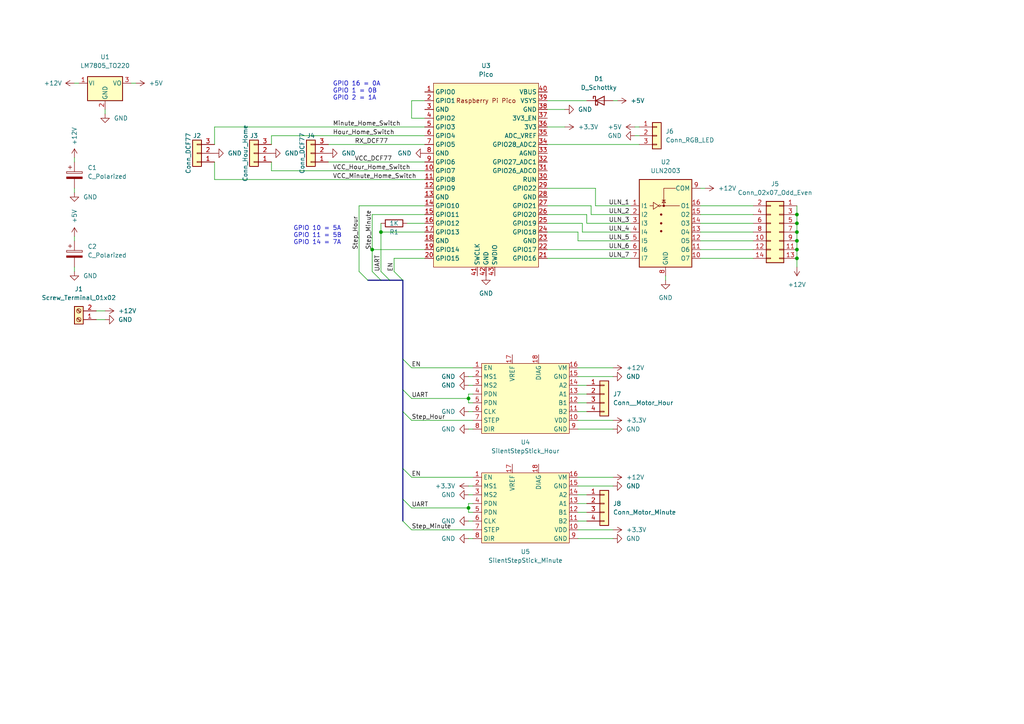
<source format=kicad_sch>
(kicad_sch (version 20230121) (generator eeschema)
  (paper "A4")
  (lib_symbols
    (symbol "Connector:Screw_Terminal_01x02" (pin_names (offset 1.016) hide)
      (property "Reference" "J" (at 0 2.54 0))
      (property "Value" "Screw_Terminal_01x02" (at 0 -5.08 0))
      (symbol "Screw_Terminal_01x02_1_1"
        (rectangle (start -1.27 1.27) (end 1.27 -3.81) (stroke (width 0.254)) (fill (type background)))
        (circle (center 0 -2.54) (radius 0.635) (stroke (width 0.1524)))
        (polyline (pts (xy -0.5334 -2.2098) (xy 0.3302 -3.048)) (stroke (width 0.1524)))
        (polyline (pts (xy -0.5334 0.3302) (xy 0.3302 -0.508)) (stroke (width 0.1524)))
        (polyline (pts (xy -0.3556 -2.032) (xy 0.508 -2.8702)) (stroke (width 0.1524)))
        (polyline (pts (xy -0.3556 0.508) (xy 0.508 -0.3302)) (stroke (width 0.1524)))
        (circle (center 0 0) (radius 0.635) (stroke (width 0.1524)))
        (pin passive line (at -5.08 0 0) (length 3.81) (name "Pin_1") (number "1"))
        (pin passive line (at -5.08 -2.54 0) (length 3.81) (name "Pin_2") (number "2"))
      )
    )
    (symbol "Connector_Generic:Conn_01x03" (pin_names (offset 1.016) hide)
      (property "Reference" "J" (at 0 5.08 0))
      (property "Value" "Conn_01x03" (at 0 -5.08 0))
      (symbol "Conn_01x03_1_1"
        (rectangle (start -1.27 -2.413) (end 0 -2.667) (stroke (width 0.1524)))
        (rectangle (start -1.27 0.127) (end 0 -0.127) (stroke (width 0.1524)))
        (rectangle (start -1.27 2.667) (end 0 2.413) (stroke (width 0.1524)))
        (rectangle (start -1.27 3.81) (end 1.27 -3.81) (stroke (width 0.254)) (fill (type background)))
        (pin passive line (at -5.08 2.54 0) (length 3.81) (name "Pin_1") (number "1"))
        (pin passive line (at -5.08 0 0) (length 3.81) (name "Pin_2") (number "2"))
        (pin passive line (at -5.08 -2.54 0) (length 3.81) (name "Pin_3") (number "3"))
      )
    )
    (symbol "Connector_Generic:Conn_01x04" (pin_names (offset 1.016) hide)
      (property "Reference" "J" (at 0 5.08 0))
      (property "Value" "Conn_01x04" (at 0 -7.62 0))
      (symbol "Conn_01x04_1_1"
        (rectangle (start -1.27 -4.953) (end 0 -5.207) (stroke (width 0.1524)))
        (rectangle (start -1.27 -2.413) (end 0 -2.667) (stroke (width 0.1524)))
        (rectangle (start -1.27 0.127) (end 0 -0.127) (stroke (width 0.1524)))
        (rectangle (start -1.27 2.667) (end 0 2.413) (stroke (width 0.1524)))
        (rectangle (start -1.27 3.81) (end 1.27 -6.35) (stroke (width 0.254)) (fill (type background)))
        (pin passive line (at -5.08 2.54 0) (length 3.81) (name "Pin_1") (number "1"))
        (pin passive line (at -5.08 0 0) (length 3.81) (name "Pin_2") (number "2"))
        (pin passive line (at -5.08 -2.54 0) (length 3.81) (name "Pin_3") (number "3"))
        (pin passive line (at -5.08 -5.08 0) (length 3.81) (name "Pin_4") (number "4"))
      )
    )
    (symbol "Connector_Generic:Conn_02x07_Odd_Even" (pin_names (offset 1.016) hide)
      (property "Reference" "J" (at 1.27 10.16 0))
      (property "Value" "Conn_02x07_Odd_Even" (at 1.27 -10.16 0))
      (symbol "Conn_02x07_Odd_Even_1_1"
        (rectangle (start -1.27 -7.493) (end 0 -7.747) (stroke (width 0.1524)))
        (rectangle (start -1.27 -4.953) (end 0 -5.207) (stroke (width 0.1524)))
        (rectangle (start -1.27 -2.413) (end 0 -2.667) (stroke (width 0.1524)))
        (rectangle (start -1.27 0.127) (end 0 -0.127) (stroke (width 0.1524)))
        (rectangle (start -1.27 2.667) (end 0 2.413) (stroke (width 0.1524)))
        (rectangle (start -1.27 5.207) (end 0 4.953) (stroke (width 0.1524)))
        (rectangle (start -1.27 7.747) (end 0 7.493) (stroke (width 0.1524)))
        (rectangle (start -1.27 8.89) (end 3.81 -8.89) (stroke (width 0.254)) (fill (type background)))
        (rectangle (start 3.81 -7.493) (end 2.54 -7.747) (stroke (width 0.1524)))
        (rectangle (start 3.81 -4.953) (end 2.54 -5.207) (stroke (width 0.1524)))
        (rectangle (start 3.81 -2.413) (end 2.54 -2.667) (stroke (width 0.1524)))
        (rectangle (start 3.81 0.127) (end 2.54 -0.127) (stroke (width 0.1524)))
        (rectangle (start 3.81 2.667) (end 2.54 2.413) (stroke (width 0.1524)))
        (rectangle (start 3.81 5.207) (end 2.54 4.953) (stroke (width 0.1524)))
        (rectangle (start 3.81 7.747) (end 2.54 7.493) (stroke (width 0.1524)))
        (pin passive line (at -5.08 7.62 0) (length 3.81) (name "Pin_1") (number "1"))
        (pin passive line (at 7.62 -2.54 180) (length 3.81) (name "Pin_10") (number "10"))
        (pin passive line (at -5.08 -5.08 0) (length 3.81) (name "Pin_11") (number "11"))
        (pin passive line (at 7.62 -5.08 180) (length 3.81) (name "Pin_12") (number "12"))
        (pin passive line (at -5.08 -7.62 0) (length 3.81) (name "Pin_13") (number "13"))
        (pin passive line (at 7.62 -7.62 180) (length 3.81) (name "Pin_14") (number "14"))
        (pin passive line (at 7.62 7.62 180) (length 3.81) (name "Pin_2") (number "2"))
        (pin passive line (at -5.08 5.08 0) (length 3.81) (name "Pin_3") (number "3"))
        (pin passive line (at 7.62 5.08 180) (length 3.81) (name "Pin_4") (number "4"))
        (pin passive line (at -5.08 2.54 0) (length 3.81) (name "Pin_5") (number "5"))
        (pin passive line (at 7.62 2.54 180) (length 3.81) (name "Pin_6") (number "6"))
        (pin passive line (at -5.08 0 0) (length 3.81) (name "Pin_7") (number "7"))
        (pin passive line (at 7.62 0 180) (length 3.81) (name "Pin_8") (number "8"))
        (pin passive line (at -5.08 -2.54 0) (length 3.81) (name "Pin_9") (number "9"))
      )
    )
    (symbol "CustomComponents:SilentStepStick"
      (property "Reference" "U" (at 0 2.54 0))
      (property "Value" "SilentStepStick" (at 0 0 0))
      (symbol "SilentStepStick_0_1"
        (rectangle (start -12.7 11.43) (end 12.7 -8.89) (fill (type background)))
      )
      (symbol "SilentStepStick_1_1"
        (pin input line (at -15.24 10.16 0) (length 2.54) (name "EN") (number "1"))
        (pin power_in line (at 15.24 -5.08 180) (length 2.54) (name "VDD") (number "10"))
        (pin output line (at 15.24 -2.54 180) (length 2.54) (name "B2") (number "11"))
        (pin output line (at 15.24 0 180) (length 2.54) (name "B1") (number "12"))
        (pin output line (at 15.24 2.54 180) (length 2.54) (name "A1") (number "13"))
        (pin output line (at 15.24 5.08 180) (length 2.54) (name "A2") (number "14"))
        (pin power_in line (at 15.24 7.62 180) (length 2.54) (name "GND") (number "15"))
        (pin power_in line (at 15.24 10.16 180) (length 2.54) (name "VM") (number "16"))
        (pin input line (at -3.81 13.97 270) (length 2.54) (name "VREF") (number "17"))
        (pin output line (at 3.81 13.97 270) (length 2.54) (name "DIAG") (number "18"))
        (pin input line (at -15.24 7.62 0) (length 2.54) (name "MS1") (number "2"))
        (pin input line (at -15.24 5.08 0) (length 2.54) (name "MS2") (number "3"))
        (pin bidirectional line (at -15.24 2.54 0) (length 2.54) (name "PDN") (number "4"))
        (pin bidirectional line (at -15.24 0 0) (length 2.54) (name "PDN") (number "5"))
        (pin input line (at -15.24 -2.54 0) (length 2.54) (name "CLK") (number "6"))
        (pin input line (at -15.24 -5.08 0) (length 2.54) (name "STEP") (number "7"))
        (pin input line (at -15.24 -7.62 0) (length 2.54) (name "DIR") (number "8"))
        (pin power_in line (at 15.24 -7.62 180) (length 2.54) (name "GND") (number "9"))
      )
    )
    (symbol "Device:C_Polarized" (pin_numbers hide) (pin_names (offset 0.254))
      (property "Reference" "C" (at 0.635 2.54 0))
      (property "Value" "C_Polarized" (at 0.635 -2.54 0))
      (symbol "C_Polarized_0_1"
        (rectangle (start -2.286 0.508) (end 2.286 1.016))
        (polyline (pts (xy -1.778 2.286) (xy -0.762 2.286)))
        (polyline (pts (xy -1.27 2.794) (xy -1.27 1.778)))
        (rectangle (start 2.286 -0.508) (end -2.286 -1.016) (fill (type outline)))
      )
      (symbol "C_Polarized_1_1"
        (pin passive line (at 0 3.81 270) (length 2.794) (name "~") (number "1"))
        (pin passive line (at 0 -3.81 90) (length 2.794) (name "~") (number "2"))
      )
    )
    (symbol "Device:D_Schottky" (pin_numbers hide) (pin_names (offset 1.016) hide)
      (property "Reference" "D" (at 0 2.54 0))
      (property "Value" "D_Schottky" (at 0 -2.54 0))
      (symbol "D_Schottky_0_1"
        (polyline (pts (xy 1.27 0) (xy -1.27 0)))
        (polyline (pts (xy 1.27 1.27) (xy 1.27 -1.27) (xy -1.27 0) (xy 1.27 1.27)) (stroke (width 0.254)))
        (polyline (pts (xy -1.905 0.635) (xy -1.905 1.27) (xy -1.27 1.27) (xy -1.27 -1.27) (xy -0.635 -1.27) (xy -0.635 -0.635)) (stroke (width 0.254)))
      )
      (symbol "D_Schottky_1_1"
        (pin passive line (at -3.81 0 0) (length 2.54) (name "K") (number "1"))
        (pin passive line (at 3.81 0 180) (length 2.54) (name "A") (number "2"))
      )
    )
    (symbol "Device:R" (pin_numbers hide) (pin_names (offset 0))
      (property "Reference" "R" (at 2.032 0 90))
      (property "Value" "R" (at 0 0 90))
      (symbol "R_0_1"
        (rectangle (start -1.016 -2.54) (end 1.016 2.54) (stroke (width 0.254)))
      )
      (symbol "R_1_1"
        (pin passive line (at 0 3.81 270) (length 1.27) (name "~") (number "1"))
        (pin passive line (at 0 -3.81 90) (length 1.27) (name "~") (number "2"))
      )
    )
    (symbol "MCU_RaspberryPi_and_Boards:Pico"
      (property "Reference" "U" (at -13.97 27.94 0))
      (property "Value" "Pico" (at 0 19.05 0))
      (symbol "Pico_0_0"
        (text "Raspberry Pi Pico" (at 0 21.59 0) (effects (font (size 1.27 1.27))))
      )
      (symbol "Pico_0_1"
        (rectangle (start -15.24 26.67) (end 15.24 -26.67) (fill (type background)))
      )
      (symbol "Pico_1_1"
        (pin bidirectional line (at -17.78 24.13 0) (length 2.54) (name "GPIO0") (number "1"))
        (pin bidirectional line (at -17.78 1.27 0) (length 2.54) (name "GPIO7") (number "10"))
        (pin bidirectional line (at -17.78 -1.27 0) (length 2.54) (name "GPIO8") (number "11"))
        (pin bidirectional line (at -17.78 -3.81 0) (length 2.54) (name "GPIO9") (number "12"))
        (pin power_in line (at -17.78 -6.35 0) (length 2.54) (name "GND") (number "13"))
        (pin bidirectional line (at -17.78 -8.89 0) (length 2.54) (name "GPIO10") (number "14"))
        (pin bidirectional line (at -17.78 -11.43 0) (length 2.54) (name "GPIO11") (number "15"))
        (pin bidirectional line (at -17.78 -13.97 0) (length 2.54) (name "GPIO12") (number "16"))
        (pin bidirectional line (at -17.78 -16.51 0) (length 2.54) (name "GPIO13") (number "17"))
        (pin power_in line (at -17.78 -19.05 0) (length 2.54) (name "GND") (number "18"))
        (pin bidirectional line (at -17.78 -21.59 0) (length 2.54) (name "GPIO14") (number "19"))
        (pin bidirectional line (at -17.78 21.59 0) (length 2.54) (name "GPIO1") (number "2"))
        (pin bidirectional line (at -17.78 -24.13 0) (length 2.54) (name "GPIO15") (number "20"))
        (pin bidirectional line (at 17.78 -24.13 180) (length 2.54) (name "GPIO16") (number "21"))
        (pin bidirectional line (at 17.78 -21.59 180) (length 2.54) (name "GPIO17") (number "22"))
        (pin power_in line (at 17.78 -19.05 180) (length 2.54) (name "GND") (number "23"))
        (pin bidirectional line (at 17.78 -16.51 180) (length 2.54) (name "GPIO18") (number "24"))
        (pin bidirectional line (at 17.78 -13.97 180) (length 2.54) (name "GPIO19") (number "25"))
        (pin bidirectional line (at 17.78 -11.43 180) (length 2.54) (name "GPIO20") (number "26"))
        (pin bidirectional line (at 17.78 -8.89 180) (length 2.54) (name "GPIO21") (number "27"))
        (pin power_in line (at 17.78 -6.35 180) (length 2.54) (name "GND") (number "28"))
        (pin bidirectional line (at 17.78 -3.81 180) (length 2.54) (name "GPIO22") (number "29"))
        (pin power_in line (at -17.78 19.05 0) (length 2.54) (name "GND") (number "3"))
        (pin input line (at 17.78 -1.27 180) (length 2.54) (name "RUN") (number "30"))
        (pin bidirectional line (at 17.78 1.27 180) (length 2.54) (name "GPIO26_ADC0") (number "31"))
        (pin bidirectional line (at 17.78 3.81 180) (length 2.54) (name "GPIO27_ADC1") (number "32"))
        (pin power_in line (at 17.78 6.35 180) (length 2.54) (name "AGND") (number "33"))
        (pin bidirectional line (at 17.78 8.89 180) (length 2.54) (name "GPIO28_ADC2") (number "34"))
        (pin power_in line (at 17.78 11.43 180) (length 2.54) (name "ADC_VREF") (number "35"))
        (pin power_in line (at 17.78 13.97 180) (length 2.54) (name "3V3") (number "36"))
        (pin input line (at 17.78 16.51 180) (length 2.54) (name "3V3_EN") (number "37"))
        (pin bidirectional line (at 17.78 19.05 180) (length 2.54) (name "GND") (number "38"))
        (pin power_in line (at 17.78 21.59 180) (length 2.54) (name "VSYS") (number "39"))
        (pin bidirectional line (at -17.78 16.51 0) (length 2.54) (name "GPIO2") (number "4"))
        (pin power_in line (at 17.78 24.13 180) (length 2.54) (name "VBUS") (number "40"))
        (pin input line (at -2.54 -29.21 90) (length 2.54) (name "SWCLK") (number "41"))
        (pin power_in line (at 0 -29.21 90) (length 2.54) (name "GND") (number "42"))
        (pin bidirectional line (at 2.54 -29.21 90) (length 2.54) (name "SWDIO") (number "43"))
        (pin bidirectional line (at -17.78 13.97 0) (length 2.54) (name "GPIO3") (number "5"))
        (pin bidirectional line (at -17.78 11.43 0) (length 2.54) (name "GPIO4") (number "6"))
        (pin bidirectional line (at -17.78 8.89 0) (length 2.54) (name "GPIO5") (number "7"))
        (pin power_in line (at -17.78 6.35 0) (length 2.54) (name "GND") (number "8"))
        (pin bidirectional line (at -17.78 3.81 0) (length 2.54) (name "GPIO6") (number "9"))
      )
    )
    (symbol "Regulator_Linear:LM7805_TO220" (pin_names (offset 0.254))
      (property "Reference" "U" (at -3.81 3.175 0))
      (property "Value" "LM7805_TO220" (at 0 3.175 0))
      (symbol "LM7805_TO220_0_1"
        (rectangle (start -5.08 1.905) (end 5.08 -5.08) (stroke (width 0.254)) (fill (type background)))
      )
      (symbol "LM7805_TO220_1_1"
        (pin power_in line (at -7.62 0 0) (length 2.54) (name "VI") (number "1"))
        (pin power_in line (at 0 -7.62 90) (length 2.54) (name "GND") (number "2"))
        (pin power_out line (at 7.62 0 180) (length 2.54) (name "VO") (number "3"))
      )
    )
    (symbol "Transistor_Array:ULN2003"
      (property "Reference" "U" (at 0 15.875 0))
      (property "Value" "ULN2003" (at 0 13.97 0))
      (symbol "ULN2003_0_1"
        (rectangle (start -7.62 -12.7) (end 7.62 12.7) (stroke (width 0.254)) (fill (type background)))
        (circle (center -1.778 5.08) (radius 0.254))
        (circle (center -1.27 -2.286) (radius 0.254) (fill (type outline)))
        (circle (center -1.27 0) (radius 0.254) (fill (type outline)))
        (circle (center -1.27 2.54) (radius 0.254) (fill (type outline)))
        (circle (center -0.508 5.08) (radius 0.254) (fill (type outline)))
        (polyline (pts (xy -4.572 5.08) (xy -3.556 5.08)))
        (polyline (pts (xy -1.524 5.08) (xy 4.064 5.08)))
        (polyline (pts (xy 0 6.731) (xy -1.016 6.731)))
        (polyline (pts (xy -0.508 5.08) (xy -0.508 10.16) (xy 2.921 10.16)))
        (polyline (pts (xy -3.556 6.096) (xy -3.556 4.064) (xy -2.032 5.08) (xy -3.556 6.096)))
        (polyline (pts (xy 0 5.969) (xy -1.016 5.969) (xy -0.508 6.731) (xy 0 5.969)))
      )
      (symbol "ULN2003_1_1"
        (pin input line (at -10.16 5.08 0) (length 2.54) (name "I1") (number "1"))
        (pin open_collector line (at 10.16 -10.16 180) (length 2.54) (name "O7") (number "10"))
        (pin open_collector line (at 10.16 -7.62 180) (length 2.54) (name "O6") (number "11"))
        (pin open_collector line (at 10.16 -5.08 180) (length 2.54) (name "O5") (number "12"))
        (pin open_collector line (at 10.16 -2.54 180) (length 2.54) (name "O4") (number "13"))
        (pin open_collector line (at 10.16 0 180) (length 2.54) (name "O3") (number "14"))
        (pin open_collector line (at 10.16 2.54 180) (length 2.54) (name "O2") (number "15"))
        (pin open_collector line (at 10.16 5.08 180) (length 2.54) (name "O1") (number "16"))
        (pin input line (at -10.16 2.54 0) (length 2.54) (name "I2") (number "2"))
        (pin input line (at -10.16 0 0) (length 2.54) (name "I3") (number "3"))
        (pin input line (at -10.16 -2.54 0) (length 2.54) (name "I4") (number "4"))
        (pin input line (at -10.16 -5.08 0) (length 2.54) (name "I5") (number "5"))
        (pin input line (at -10.16 -7.62 0) (length 2.54) (name "I6") (number "6"))
        (pin input line (at -10.16 -10.16 0) (length 2.54) (name "I7") (number "7"))
        (pin power_in line (at 0 -15.24 90) (length 2.54) (name "GND") (number "8"))
        (pin passive line (at 10.16 10.16 180) (length 2.54) (name "COM") (number "9"))
      )
    )
    (symbol "power:+12V" (power) (pin_names (offset 0))
      (property "Value" "+12V" (at 0 3.556 0))
      (symbol "+12V_0_1"
        (polyline (pts (xy -0.762 1.27) (xy 0 2.54)))
        (polyline (pts (xy 0 0) (xy 0 2.54)))
        (polyline (pts (xy 0 2.54) (xy 0.762 1.27)))
      )
      (symbol "+12V_1_1"
        (pin power_in line (at 0 0 90) (length 0) hide (name "+12V") (number "1"))
      )
    )
    (symbol "power:+3.3V" (power) (pin_names (offset 0))
      (property "Value" "+3.3V" (at 0 3.556 0))
      (symbol "+3.3V_0_1"
        (polyline (pts (xy -0.762 1.27) (xy 0 2.54)))
        (polyline (pts (xy 0 0) (xy 0 2.54)))
        (polyline (pts (xy 0 2.54) (xy 0.762 1.27)))
      )
      (symbol "+3.3V_1_1"
        (pin power_in line (at 0 0 90) (length 0) hide (name "+3.3V") (number "1"))
      )
    )
    (symbol "power:+5V" (power) (pin_names (offset 0))
      (property "Value" "+5V" (at 0 3.556 0))
      (symbol "+5V_0_1"
        (polyline (pts (xy -0.762 1.27) (xy 0 2.54)))
        (polyline (pts (xy 0 0) (xy 0 2.54)))
        (polyline (pts (xy 0 2.54) (xy 0.762 1.27)))
      )
      (symbol "+5V_1_1"
        (pin power_in line (at 0 0 90) (length 0) hide (name "+5V") (number "1"))
      )
    )
    (symbol "power:GND" (power) (pin_names (offset 0))
      (property "Value" "GND" (at 0 -3.81 0))
      (symbol "GND_0_1"
        (polyline (pts (xy 0 0) (xy 0 -1.27) (xy 1.27 -1.27) (xy 0 -2.54) (xy -1.27 -1.27) (xy 0 -1.27)))
      )
      (symbol "GND_1_1"
        (pin power_in line (at 0 0 270) (length 0) hide (name "GND") (number "1"))
      )
    )
  )
  (junction (at 107.95 72.39))
  (junction (at 135.89 115.57))
  (junction (at 135.89 147.32))
  (junction (at 231.14 64.77))
  (junction (at 231.14 67.31))
  (junction (at 231.14 74.93))
  (junction (at 231.14 72.39))
  (junction (at 231.14 62.23))
  (junction (at 231.14 69.85))
  (junction (at 110.49 67.31))
  (bus_entry (at 116.84 144.78) (size 2.54 2.54))
  (bus_entry (at 104.14 78.74) (size 2.54 2.54))
  (bus_entry (at 116.84 135.89) (size 2.54 2.54))
  (bus_entry (at 116.84 119.38) (size 2.54 2.54))
  (bus_entry (at 116.84 151.13) (size 2.54 2.54))
  (bus_entry (at 107.95 78.74) (size 2.54 2.54))
  (bus_entry (at 110.49 78.74) (size 2.54 2.54))
  (bus_entry (at 116.84 104.14) (size 2.54 2.54))
  (bus_entry (at 114.3 78.74) (size 2.54 2.54))
  (bus_entry (at 116.84 113.03) (size 2.54 2.54))
  (wire (pts (xy 107.95 62.23) (xy 107.95 72.39)))
  (wire (pts (xy 110.49 64.77) (xy 110.49 67.31)))
  (wire (pts (xy 170.18 64.77) (xy 170.18 62.23)))
  (wire (pts (xy 30.48 33.02) (xy 30.48 31.75)))
  (wire (pts (xy 135.89 151.13) (xy 137.16 151.13)))
  (wire (pts (xy 158.75 41.91) (xy 185.42 41.91)))
  (bus (pts (xy 106.68 81.28) (xy 110.49 81.28)))
  (wire (pts (xy 172.72 59.69) (xy 172.72 54.61)))
  (wire (pts (xy 135.89 143.51) (xy 137.16 143.51)))
  (wire (pts (xy 203.2 62.23) (xy 218.44 62.23)))
  (wire (pts (xy 167.64 116.84) (xy 170.18 116.84)))
  (wire (pts (xy 119.38 106.68) (xy 137.16 106.68)))
  (wire (pts (xy 231.14 59.69) (xy 231.14 62.23)))
  (bus (pts (xy 116.84 104.14) (xy 116.84 113.03)))
  (wire (pts (xy 203.2 74.93) (xy 218.44 74.93)))
  (wire (pts (xy 123.19 59.69) (xy 104.14 59.69)))
  (wire (pts (xy 167.64 109.22) (xy 177.8 109.22)))
  (wire (pts (xy 119.38 153.67) (xy 137.16 153.67)))
  (wire (pts (xy 123.19 52.07) (xy 62.23 52.07)))
  (wire (pts (xy 203.2 72.39) (xy 218.44 72.39)))
  (bus (pts (xy 110.49 81.28) (xy 113.03 81.28)))
  (bus (pts (xy 116.84 81.28) (xy 116.84 104.14)))
  (wire (pts (xy 158.75 74.93) (xy 182.88 74.93)))
  (wire (pts (xy 135.89 119.38) (xy 137.16 119.38)))
  (wire (pts (xy 107.95 72.39) (xy 123.19 72.39)))
  (wire (pts (xy 135.89 115.57) (xy 135.89 114.3)))
  (wire (pts (xy 30.48 90.17) (xy 27.94 90.17)))
  (wire (pts (xy 135.89 116.84) (xy 135.89 115.57)))
  (wire (pts (xy 167.64 138.43) (xy 177.8 138.43)))
  (wire (pts (xy 231.14 64.77) (xy 231.14 67.31)))
  (wire (pts (xy 135.89 111.76) (xy 137.16 111.76)))
  (wire (pts (xy 167.64 106.68) (xy 177.8 106.68)))
  (wire (pts (xy 119.38 138.43) (xy 137.16 138.43)))
  (wire (pts (xy 203.2 69.85) (xy 218.44 69.85)))
  (bus (pts (xy 116.84 119.38) (xy 116.84 135.89)))
  (wire (pts (xy 203.2 67.31) (xy 218.44 67.31)))
  (wire (pts (xy 167.64 140.97) (xy 177.8 140.97)))
  (wire (pts (xy 167.64 156.21) (xy 177.8 156.21)))
  (wire (pts (xy 119.38 121.92) (xy 137.16 121.92)))
  (wire (pts (xy 38.1 24.13) (xy 39.37 24.13)))
  (wire (pts (xy 168.91 67.31) (xy 182.88 67.31)))
  (wire (pts (xy 95.25 41.91) (xy 123.19 41.91)))
  (wire (pts (xy 167.64 153.67) (xy 177.8 153.67)))
  (wire (pts (xy 114.3 74.93) (xy 114.3 78.74)))
  (wire (pts (xy 135.89 147.32) (xy 135.89 146.05)))
  (bus (pts (xy 113.03 81.28) (xy 116.84 81.28)))
  (wire (pts (xy 135.89 156.21) (xy 137.16 156.21)))
  (bus (pts (xy 116.84 135.89) (xy 116.84 144.78)))
  (wire (pts (xy 167.64 121.92) (xy 177.8 121.92)))
  (wire (pts (xy 123.19 67.31) (xy 110.49 67.31)))
  (wire (pts (xy 118.11 64.77) (xy 123.19 64.77)))
  (wire (pts (xy 110.49 67.31) (xy 110.49 78.74)))
  (wire (pts (xy 119.38 115.57) (xy 135.89 115.57)))
  (wire (pts (xy 78.74 39.37) (xy 123.19 39.37)))
  (wire (pts (xy 123.19 62.23) (xy 107.95 62.23)))
  (wire (pts (xy 231.14 74.93) (xy 231.14 77.47)))
  (wire (pts (xy 231.14 62.23) (xy 231.14 64.77)))
  (wire (pts (xy 163.83 31.75) (xy 158.75 31.75)))
  (wire (pts (xy 123.19 29.21) (xy 119.38 29.21)))
  (wire (pts (xy 171.45 62.23) (xy 182.88 62.23)))
  (wire (pts (xy 168.91 64.77) (xy 158.75 64.77)))
  (wire (pts (xy 185.42 39.37) (xy 184.15 39.37)))
  (wire (pts (xy 137.16 148.59) (xy 135.89 148.59)))
  (wire (pts (xy 170.18 64.77) (xy 182.88 64.77)))
  (wire (pts (xy 119.38 34.29) (xy 123.19 34.29)))
  (wire (pts (xy 158.75 29.21) (xy 170.18 29.21)))
  (wire (pts (xy 231.14 72.39) (xy 231.14 74.93)))
  (wire (pts (xy 21.59 54.61) (xy 21.59 55.88)))
  (wire (pts (xy 95.25 46.99) (xy 123.19 46.99)))
  (wire (pts (xy 137.16 116.84) (xy 135.89 116.84)))
  (wire (pts (xy 203.2 59.69) (xy 218.44 59.69)))
  (wire (pts (xy 167.64 67.31) (xy 167.64 69.85)))
  (wire (pts (xy 107.95 72.39) (xy 107.95 78.74)))
  (wire (pts (xy 21.59 68.58) (xy 21.59 69.85)))
  (wire (pts (xy 135.89 140.97) (xy 137.16 140.97)))
  (wire (pts (xy 203.2 54.61) (xy 204.47 54.61)))
  (wire (pts (xy 167.64 111.76) (xy 170.18 111.76)))
  (wire (pts (xy 30.48 92.71) (xy 27.94 92.71)))
  (wire (pts (xy 163.83 36.83) (xy 158.75 36.83)))
  (bus (pts (xy 116.84 144.78) (xy 116.84 151.13)))
  (wire (pts (xy 135.89 124.46) (xy 137.16 124.46)))
  (wire (pts (xy 167.64 143.51) (xy 170.18 143.51)))
  (wire (pts (xy 171.45 59.69) (xy 171.45 62.23)))
  (wire (pts (xy 21.59 45.72) (xy 21.59 46.99)))
  (wire (pts (xy 21.59 24.13) (xy 22.86 24.13)))
  (wire (pts (xy 167.64 148.59) (xy 170.18 148.59)))
  (wire (pts (xy 172.72 54.61) (xy 158.75 54.61)))
  (wire (pts (xy 167.64 151.13) (xy 170.18 151.13)))
  (wire (pts (xy 119.38 147.32) (xy 135.89 147.32)))
  (wire (pts (xy 185.42 36.83) (xy 184.15 36.83)))
  (wire (pts (xy 135.89 148.59) (xy 135.89 147.32)))
  (wire (pts (xy 135.89 109.22) (xy 137.16 109.22)))
  (wire (pts (xy 167.64 69.85) (xy 182.88 69.85)))
  (wire (pts (xy 231.14 69.85) (xy 231.14 72.39)))
  (wire (pts (xy 135.89 146.05) (xy 137.16 146.05)))
  (wire (pts (xy 158.75 59.69) (xy 171.45 59.69)))
  (wire (pts (xy 168.91 67.31) (xy 168.91 64.77)))
  (wire (pts (xy 135.89 114.3) (xy 137.16 114.3)))
  (wire (pts (xy 123.19 36.83) (xy 62.23 36.83)))
  (wire (pts (xy 167.64 119.38) (xy 170.18 119.38)))
  (wire (pts (xy 158.75 67.31) (xy 167.64 67.31)))
  (wire (pts (xy 203.2 64.77) (xy 218.44 64.77)))
  (bus (pts (xy 116.84 113.03) (xy 116.84 119.38)))
  (wire (pts (xy 119.38 29.21) (xy 119.38 34.29)))
  (wire (pts (xy 62.23 52.07) (xy 62.23 46.99)))
  (wire (pts (xy 231.14 67.31) (xy 231.14 69.85)))
  (wire (pts (xy 167.64 114.3) (xy 170.18 114.3)))
  (wire (pts (xy 193.04 80.01) (xy 193.04 81.28)))
  (wire (pts (xy 78.74 46.99) (xy 78.74 49.53)))
  (wire (pts (xy 158.75 62.23) (xy 170.18 62.23)))
  (wire (pts (xy 167.64 124.46) (xy 177.8 124.46)))
  (wire (pts (xy 177.8 29.21) (xy 179.07 29.21)))
  (wire (pts (xy 78.74 49.53) (xy 123.19 49.53)))
  (wire (pts (xy 78.74 41.91) (xy 78.74 39.37)))
  (wire (pts (xy 104.14 59.69) (xy 104.14 78.74)))
  (wire (pts (xy 172.72 59.69) (xy 182.88 59.69)))
  (wire (pts (xy 62.23 36.83) (xy 62.23 41.91)))
  (wire (pts (xy 21.59 77.47) (xy 21.59 78.74)))
  (wire (pts (xy 123.19 74.93) (xy 114.3 74.93)))
  (wire (pts (xy 167.64 146.05) (xy 170.18 146.05)))
  (wire (pts (xy 158.75 72.39) (xy 182.88 72.39)))
  (text "GPIO 16 = 0A\nGPIO 1 = 0B\nGPIO 2 = 1A" (at 96.52 29.21 0) (effects (font (size 1.27 1.27)) (justify left bottom)))
  (text "GPIO 10 = 5A\nGPIO 11 = 5B\nGPIO 14 = 7A" (at 85.09 71.12 0) (effects (font (size 1.27 1.27)) (justify left bottom)))
  (label "ULN_2" (at 176.53 62.23 0))
  (label "UART" (at 110.49 78.74 90))
  (label "VCC_DCF77" (at 102.87 46.99 0))
  (label "EN" (at 119.38 106.68 0))
  (label "ULN_6" (at 176.53 72.39 0))
  (label "VCC_Hour_Home_Switch" (at 96.52 49.53 0))
  (label "UART" (at 119.38 147.32 0))
  (label "VCC_Minute_Home_Switch" (at 96.52 52.07 0))
  (label "Step_Hour" (at 119.38 121.92 0))
  (label "Hour_Home_Switch" (at 96.52 39.37 0))
  (label "Step_Minute" (at 119.38 153.67 0))
  (label "Step_Hour" (at 104.14 72.39 90))
  (label "ULN_1" (at 176.53 59.69 0))
  (label "ULN_3" (at 176.53 64.77 0))
  (label "ULN_5" (at 176.53 69.85 0))
  (label "UART" (at 119.38 115.57 0))
  (label "ULN_4" (at 176.53 67.31 0))
  (label "EN" (at 114.3 78.74 90))
  (label "RX_DCF77" (at 102.87 41.91 0))
  (label "Step_Minute" (at 107.95 72.39 90))
  (label "Minute_Home_Switch" (at 96.52 36.83 0))
  (label "EN" (at 119.38 138.43 0))
  (label "ULN_7" (at 176.4955 74.93 0))
  (symbol (lib_id "Device:R") (at 114.3 64.77 270) (unit 1)
    (property "Reference" "R1" (at 114.3 67.31 90))
    (property "Value" "1K" (at 114.3 64.77 90))
    (property "Footprint" "Resistor_THT:R_Axial_DIN0207_L6.3mm_D2.5mm_P10.16mm_Horizontal" (effects hide))
  )
  (symbol (lib_id "power:GND") (at 21.59 55.88 0) (unit 1)
    (property "Reference" "#PWR0129" (effects hide))
    (property "Value" "GND" (at 24.13 57.1499 0) (effects (justify left)))
  )
  (symbol (lib_id "power:GND") (at 135.89 151.13 270) (unit 1)
    (property "Reference" "#PWR0108" (effects hide))
    (property "Value" "GND" (at 132.08 151.1299 90) (effects (justify right)))
  )
  (symbol (lib_id "power:+12V") (at 177.8 138.43 270) (unit 1)
    (property "Reference" "#PWR0120" (effects hide))
    (property "Value" "+12V" (at 181.61 138.4299 90) (effects (justify left)))
  )
  (symbol (lib_id "power:GND") (at 30.48 33.02 0) (unit 1)
    (property "Reference" "#PWR0127" (effects hide))
    (property "Value" "GND" (at 33.02 34.2899 0) (effects (justify left)))
  )
  (symbol (lib_id "power:GND") (at 140.97 80.01 0) (unit 1)
    (property "Reference" "#PWR0135" (effects hide))
    (property "Value" "GND" (at 140.97 85.09 0))
  )
  (symbol (lib_id "Connector_Generic:Conn_01x03") (at 57.15 44.45 180) (unit 1)
    (property "Reference" "J2" (at 57.15 39.37 0))
    (property "Value" "Conn_DCF77" (at 54.61 44.45 90))
    (property "Footprint" "Connector_PinHeader_2.54mm:PinHeader_1x03_P2.54mm_Vertical" (effects hide))
  )
  (symbol (lib_id "power:GND") (at 135.89 143.51 270) (unit 1)
    (property "Reference" "#PWR0110" (effects hide))
    (property "Value" "GND" (at 132.08 143.5099 90) (effects (justify right)))
  )
  (symbol (lib_id "power:GND") (at 62.23 44.45 90) (unit 1)
    (property "Reference" "#PWR0142" (effects hide))
    (property "Value" "GND" (at 66.04 44.4501 90) (effects (justify right)))
  )
  (symbol (lib_id "power:+12V") (at 30.48 90.17 270) (unit 1)
    (property "Reference" "#PWR0132" (effects hide))
    (property "Value" "+12V" (at 34.29 90.1699 90) (effects (justify left)))
  )
  (symbol (lib_id "power:GND") (at 95.25 44.45 90) (unit 1)
    (property "Reference" "#PWR0123" (effects hide))
    (property "Value" "GND" (at 99.06 44.4501 90) (effects (justify right)))
  )
  (symbol (lib_id "power:+5V") (at 179.07 29.21 270) (unit 1)
    (property "Reference" "#PWR0103" (effects hide))
    (property "Value" "+5V" (at 182.88 29.21 90) (effects (justify left)))
  )
  (symbol (lib_id "MCU_RaspberryPi_and_Boards:Pico") (at 140.97 50.8 0) (unit 1)
    (property "Reference" "U3" (at 140.97 19.05 0))
    (property "Value" "Pico" (at 140.97 21.59 0))
    (property "Footprint" "MCU_RaspberryPi_and_Boards:RPi_Pico_SMD_TH" (effects hide))
  )
  (symbol (lib_id "Connector_Generic:Conn_01x04") (at 175.26 114.3 0) (unit 1)
    (property "Reference" "J7" (at 177.8 114.2999 0) (effects (justify left)))
    (property "Value" "Conn__Motor_Hour" (at 177.8 116.8399 0) (effects (justify left)))
    (property "Footprint" "Connector_PinHeader_2.54mm:PinHeader_1x04_P2.54mm_Vertical" (effects hide))
  )
  (symbol (lib_id "Transistor_Array:ULN2003") (at 193.04 64.77 0) (unit 1)
    (property "Reference" "U2" (at 193.04 46.99 0))
    (property "Value" "ULN2003" (at 193.04 49.53 0))
    (property "Footprint" "Package_SO:SOIC-16_3.9x9.9mm_P1.27mm" (effects hide))
    (property "Datasheet" "http://www.ti.com/lit/ds/symlink/uln2003a.pdf" (effects hide))
  )
  (symbol (lib_id "power:GND") (at 78.74 44.45 90) (unit 1)
    (property "Reference" "#PWR0141" (effects hide))
    (property "Value" "GND" (at 82.55 44.4501 90) (effects (justify right)))
  )
  (symbol (lib_id "power:+12V") (at 177.8 106.68 270) (unit 1)
    (property "Reference" "#PWR0116" (effects hide))
    (property "Value" "+12V" (at 181.61 106.6799 90) (effects (justify left)))
  )
  (symbol (lib_id "power:+12V") (at 21.59 24.13 90) (unit 1)
    (property "Reference" "#PWR0128" (effects hide))
    (property "Value" "+12V" (at 12.7 24.13 90) (effects (justify right)))
  )
  (symbol (lib_id "Device:C_Polarized") (at 21.59 73.66 0) (unit 1)
    (property "Reference" "C2" (at 25.4 71.5009 0) (effects (justify left)))
    (property "Value" "C_Polarized" (at 25.4 74.0409 0) (effects (justify left)))
    (property "Footprint" "Capacitor_THT:CP_Radial_D10.0mm_P5.00mm_P7.50mm" (effects hide))
  )
  (symbol (lib_id "power:+3.3V") (at 163.83 36.83 270) (unit 1)
    (property "Reference" "#PWR0144" (effects hide))
    (property "Value" "+3.3V" (at 167.64 36.8299 90) (effects (justify left)))
  )
  (symbol (lib_id "power:GND") (at 177.8 156.21 90) (unit 1)
    (property "Reference" "#PWR0118" (effects hide))
    (property "Value" "GND" (at 181.61 156.2099 90) (effects (justify right)))
  )
  (symbol (lib_id "Connector_Generic:Conn_01x03") (at 190.5 39.37 0) (unit 1)
    (property "Reference" "J6" (at 193.04 38.0999 0) (effects (justify left)))
    (property "Value" "Conn_RGB_LED" (at 193.04 40.6399 0) (effects (justify left)))
    (property "Footprint" "Connector_PinHeader_2.54mm:PinHeader_1x03_P2.54mm_Vertical" (effects hide))
  )
  (symbol (lib_id "power:+3.3V") (at 135.89 140.97 90) (unit 1)
    (property "Reference" "#PWR0119" (effects hide))
    (property "Value" "+3.3V" (at 132.08 140.9699 90) (effects (justify left)))
  )
  (symbol (lib_id "Connector_Generic:Conn_01x03") (at 90.17 44.45 180) (unit 1)
    (property "Reference" "J4" (at 90.17 39.37 0))
    (property "Value" "Conn_DCF77" (at 87.63 44.45 90))
    (property "Footprint" "Connector_PinHeader_2.54mm:PinHeader_1x03_P2.54mm_Vertical" (effects hide))
  )
  (symbol (lib_id "power:GND") (at 135.89 109.22 270) (unit 1)
    (property "Reference" "#PWR0112" (effects hide))
    (property "Value" "GND" (at 132.08 109.2199 90) (effects (justify right)))
  )
  (symbol (lib_id "power:+5V") (at 184.15 36.83 90) (unit 1)
    (property "Reference" "#PWR0105" (effects hide))
    (property "Value" "+5V" (at 180.34 36.83 90) (effects (justify left)))
  )
  (symbol (lib_id "Connector_Generic:Conn_02x07_Odd_Even") (at 226.06 67.31 0) (mirror y) (unit 1)
    (property "Reference" "J5" (at 224.79 53.34 0))
    (property "Value" "Conn_02x07_Odd_Even" (at 224.79 55.88 0))
    (property "Footprint" "Connector_PinHeader_2.54mm:PinHeader_2x07_P2.54mm_Vertical" (effects hide))
  )
  (symbol (lib_id "Connector_Generic:Conn_01x03") (at 73.66 44.45 180) (unit 1)
    (property "Reference" "J3" (at 73.66 39.37 0))
    (property "Value" "Conn_Hour_Home" (at 71.12 44.45 90))
    (property "Footprint" "Connector_PinHeader_2.54mm:PinHeader_1x03_P2.54mm_Vertical" (effects hide))
  )
  (symbol (lib_id "power:+5V") (at 39.37 24.13 270) (unit 1)
    (property "Reference" "#PWR0126" (effects hide))
    (property "Value" "+5V" (at 43.18 24.13 90) (effects (justify left)))
  )
  (symbol (lib_id "power:GND") (at 135.89 124.46 270) (unit 1)
    (property "Reference" "#PWR0101" (effects hide))
    (property "Value" "GND" (at 132.08 124.4599 90) (effects (justify right)))
  )
  (symbol (lib_id "CustomComponents:SilentStepStick") (at 152.4 148.59 0) (unit 1)
    (property "Reference" "U5" (at 152.4 160.02 0))
    (property "Value" "SilentStepStick_Minute" (at 152.4 162.56 0))
    (property "Footprint" "CustomComponents:SilentStepStick" (effects hide))
  )
  (symbol (lib_id "power:GND") (at 163.83 31.75 90) (unit 1)
    (property "Reference" "#PWR0106" (effects hide))
    (property "Value" "GND" (at 167.64 31.7499 90) (effects (justify right)))
  )
  (symbol (lib_id "power:GND") (at 30.48 92.71 90) (unit 1)
    (property "Reference" "#PWR0131" (effects hide))
    (property "Value" "GND" (at 34.29 92.7099 90) (effects (justify right)))
  )
  (symbol (lib_id "power:GND") (at 21.59 78.74 0) (unit 1)
    (property "Reference" "#PWR0124" (effects hide))
    (property "Value" "GND" (at 24.13 80.0099 0) (effects (justify left)))
  )
  (symbol (lib_id "power:GND") (at 177.8 109.22 90) (unit 1)
    (property "Reference" "#PWR0115" (effects hide))
    (property "Value" "GND" (at 181.61 109.2199 90) (effects (justify right)))
  )
  (symbol (lib_id "Device:C_Polarized") (at 21.59 50.8 0) (unit 1)
    (property "Reference" "C1" (at 25.4 48.6409 0) (effects (justify left)))
    (property "Value" "C_Polarized" (at 25.4 51.1809 0) (effects (justify left)))
    (property "Footprint" "Capacitor_THT:CP_Radial_D10.0mm_P5.00mm_P7.50mm" (effects hide))
  )
  (symbol (lib_id "CustomComponents:SilentStepStick") (at 152.4 116.84 0) (unit 1)
    (property "Reference" "U4" (at 152.4 128.27 0))
    (property "Value" "SilentStepStick_Hour" (at 152.4 130.81 0))
    (property "Footprint" "CustomComponents:SilentStepStick" (effects hide))
  )
  (symbol (lib_id "power:+12V") (at 21.59 45.72 0) (unit 1)
    (property "Reference" "#PWR0130" (effects hide))
    (property "Value" "+12V" (at 21.59 36.83 90) (effects (justify right)))
  )
  (symbol (lib_id "power:+12V") (at 231.14 77.47 180) (unit 1)
    (property "Reference" "#PWR0133" (effects hide))
    (property "Value" "+12V" (at 231.14 82.55 0))
  )
  (symbol (lib_id "power:GND") (at 193.04 81.28 0) (unit 1)
    (property "Reference" "#PWR0107" (effects hide))
    (property "Value" "GND" (at 193.04 86.36 0))
  )
  (symbol (lib_id "power:GND") (at 177.8 124.46 90) (unit 1)
    (property "Reference" "#PWR0114" (effects hide))
    (property "Value" "GND" (at 181.61 124.4599 90) (effects (justify right)))
  )
  (symbol (lib_id "power:GND") (at 184.15 39.37 270) (unit 1)
    (property "Reference" "#PWR0104" (effects hide))
    (property "Value" "GND" (at 180.34 39.3699 90) (effects (justify right)))
  )
  (symbol (lib_id "Device:D_Schottky") (at 173.99 29.21 0) (unit 1)
    (property "Reference" "D1" (at 173.6725 22.86 0))
    (property "Value" "D_Schottky" (at 173.6725 25.4 0))
    (property "Footprint" "Diode_THT:D_DO-15_P10.16mm_Horizontal" (effects hide))
  )
  (symbol (lib_id "power:GND") (at 177.8 140.97 90) (unit 1)
    (property "Reference" "#PWR0121" (effects hide))
    (property "Value" "GND" (at 181.61 140.9699 90) (effects (justify right)))
  )
  (symbol (lib_id "power:+3.3V") (at 177.8 153.67 270) (unit 1)
    (property "Reference" "#PWR0109" (effects hide))
    (property "Value" "+3.3V" (at 181.61 153.6699 90) (effects (justify left)))
  )
  (symbol (lib_id "Connector:Screw_Terminal_01x02") (at 22.86 92.71 180) (unit 1)
    (property "Reference" "J1" (at 22.86 83.82 0))
    (property "Value" "Screw_Terminal_01x02" (at 22.86 86.36 0))
    (property "Footprint" "TerminalBlock_RND:TerminalBlock_RND_205-00232_1x02_P5.08mm_Horizontal" (effects hide))
  )
  (symbol (lib_id "power:GND") (at 135.89 111.76 270) (unit 1)
    (property "Reference" "#PWR0111" (effects hide))
    (property "Value" "GND" (at 132.08 111.7599 90) (effects (justify right)))
  )
  (symbol (lib_id "power:GND") (at 135.89 119.38 270) (unit 1)
    (property "Reference" "#PWR0113" (effects hide))
    (property "Value" "GND" (at 132.08 119.3799 90) (effects (justify right)))
  )
  (symbol (lib_id "power:GND") (at 123.19 44.45 270) (unit 1)
    (property "Reference" "#PWR0122" (effects hide))
    (property "Value" "GND" (at 119.38 44.4499 90) (effects (justify right)))
  )
  (symbol (lib_id "power:+3.3V") (at 177.8 121.92 270) (unit 1)
    (property "Reference" "#PWR0117" (effects hide))
    (property "Value" "+3.3V" (at 181.61 121.9199 90) (effects (justify left)))
  )
  (symbol (lib_id "power:GND") (at 135.89 156.21 270) (unit 1)
    (property "Reference" "#PWR0102" (effects hide))
    (property "Value" "GND" (at 132.08 156.2099 90) (effects (justify right)))
  )
  (symbol (lib_id "Connector_Generic:Conn_01x04") (at 175.26 146.05 0) (unit 1)
    (property "Reference" "J8" (at 177.8 146.0499 0) (effects (justify left)))
    (property "Value" "Conn_Motor_Minute" (at 177.8 148.5899 0) (effects (justify left)))
    (property "Footprint" "Connector_PinHeader_2.54mm:PinHeader_1x04_P2.54mm_Vertical" (effects hide))
  )
  (symbol (lib_id "Regulator_Linear:LM7805_TO220") (at 30.48 24.13 0) (unit 1)
    (property "Reference" "U1" (at 30.48 16.51 0))
    (property "Value" "LM7805_TO220" (at 30.48 19.05 0))
    (property "Footprint" "Package_TO_SOT_THT:TO-220-3_Vertical" (effects hide))
    (property "Datasheet" "https://www.onsemi.cn/PowerSolutions/document/MC7800-D.PDF" (effects hide))
  )
  (symbol (lib_id "power:+12V") (at 204.47 54.61 270) (unit 1)
    (property "Reference" "#PWR0134" (effects hide))
    (property "Value" "+12V" (at 208.28 54.6099 90) (effects (justify left)))
  )
  (symbol (lib_id "power:+5V") (at 21.59 68.58 0) (unit 1)
    (property "Reference" "#PWR0125" (effects hide))
    (property "Value" "+5V" (at 21.59 64.77 90) (effects (justify left)))
  )
)
</source>
